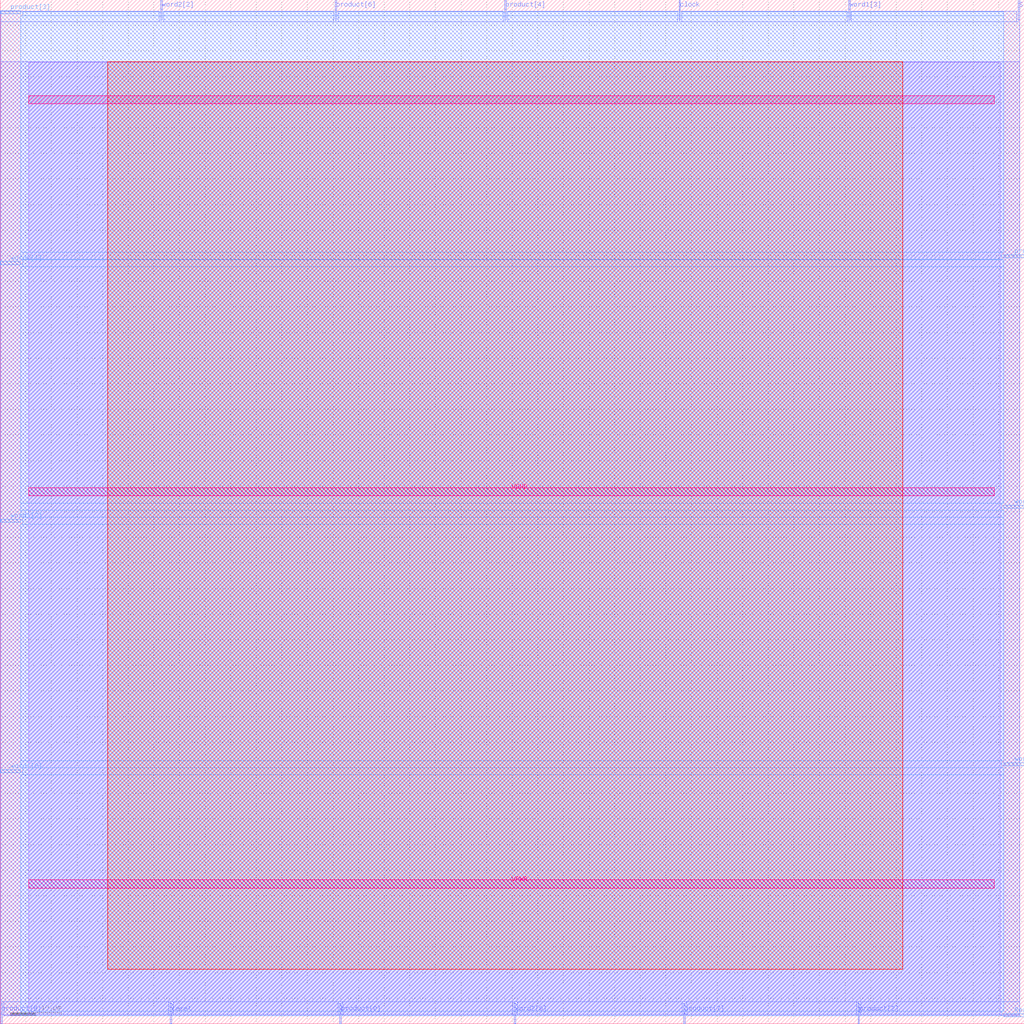
<source format=lef>
VERSION 5.7 ;
  NOWIREEXTENSIONATPIN ON ;
  DIVIDERCHAR "/" ;
  BUSBITCHARS "[]" ;
MACRO Multiplier_STG
  CLASS BLOCK ;
  FOREIGN Multiplier_STG ;
  ORIGIN 0.000 0.000 ;
  SIZE 200.000 BY 200.000 ;
  PIN Ready
    DIRECTION OUTPUT TRISTATE ;
    USE SIGNAL ;
    PORT
      LAYER met3 ;
        RECT 196.000 1.400 200.000 2.000 ;
    END
  END Ready
  PIN Start
    DIRECTION INPUT ;
    USE SIGNAL ;
    PORT
      LAYER met2 ;
        RECT 198.810 196.000 199.090 200.000 ;
    END
  END Start
  PIN VGND
    DIRECTION INPUT ;
    USE GROUND ;
    PORT
      LAYER met5 ;
        RECT 5.520 103.080 194.120 104.680 ;
    END
  END VGND
  PIN VPWR
    DIRECTION INPUT ;
    USE POWER ;
    PORT
      LAYER met5 ;
        RECT 5.520 26.490 194.120 28.090 ;
    END
  END VPWR
  PIN clock
    DIRECTION INPUT ;
    USE SIGNAL ;
    PORT
      LAYER met2 ;
        RECT 132.570 196.000 132.850 200.000 ;
    END
  END clock
  PIN product[0]
    DIRECTION OUTPUT TRISTATE ;
    USE SIGNAL ;
    PORT
      LAYER met2 ;
        RECT 66.330 0.000 66.610 4.000 ;
    END
  END product[0]
  PIN product[1]
    DIRECTION OUTPUT TRISTATE ;
    USE SIGNAL ;
    PORT
      LAYER met3 ;
        RECT 196.000 149.640 200.000 150.240 ;
    END
  END product[1]
  PIN product[2]
    DIRECTION OUTPUT TRISTATE ;
    USE SIGNAL ;
    PORT
      LAYER met2 ;
        RECT 167.530 0.000 167.810 4.000 ;
    END
  END product[2]
  PIN product[3]
    DIRECTION OUTPUT TRISTATE ;
    USE SIGNAL ;
    PORT
      LAYER met3 ;
        RECT 0.000 197.240 4.000 197.840 ;
    END
  END product[3]
  PIN product[4]
    DIRECTION OUTPUT TRISTATE ;
    USE SIGNAL ;
    PORT
      LAYER met2 ;
        RECT 98.530 196.000 98.810 200.000 ;
    END
  END product[4]
  PIN product[5]
    DIRECTION OUTPUT TRISTATE ;
    USE SIGNAL ;
    PORT
      LAYER met2 ;
        RECT 0.090 0.000 0.370 4.000 ;
    END
  END product[5]
  PIN product[6]
    DIRECTION OUTPUT TRISTATE ;
    USE SIGNAL ;
    PORT
      LAYER met2 ;
        RECT 65.410 196.000 65.690 200.000 ;
    END
  END product[6]
  PIN product[7]
    DIRECTION OUTPUT TRISTATE ;
    USE SIGNAL ;
    PORT
      LAYER met2 ;
        RECT 133.490 0.000 133.770 4.000 ;
    END
  END product[7]
  PIN reset
    DIRECTION INPUT ;
    USE SIGNAL ;
    PORT
      LAYER met2 ;
        RECT 33.210 0.000 33.490 4.000 ;
    END
  END reset
  PIN word1[0]
    DIRECTION INPUT ;
    USE SIGNAL ;
    PORT
      LAYER met3 ;
        RECT 0.000 49.000 4.000 49.600 ;
    END
  END word1[0]
  PIN word1[1]
    DIRECTION INPUT ;
    USE SIGNAL ;
    PORT
      LAYER met3 ;
        RECT 196.000 100.680 200.000 101.280 ;
    END
  END word1[1]
  PIN word1[2]
    DIRECTION INPUT ;
    USE SIGNAL ;
    PORT
      LAYER met3 ;
        RECT 0.000 97.960 4.000 98.560 ;
    END
  END word1[2]
  PIN word1[3]
    DIRECTION INPUT ;
    USE SIGNAL ;
    PORT
      LAYER met2 ;
        RECT 165.690 196.000 165.970 200.000 ;
    END
  END word1[3]
  PIN word2[0]
    DIRECTION INPUT ;
    USE SIGNAL ;
    PORT
      LAYER met2 ;
        RECT 100.370 0.000 100.650 4.000 ;
    END
  END word2[0]
  PIN word2[1]
    DIRECTION INPUT ;
    USE SIGNAL ;
    PORT
      LAYER met3 ;
        RECT 0.000 148.280 4.000 148.880 ;
    END
  END word2[1]
  PIN word2[2]
    DIRECTION INPUT ;
    USE SIGNAL ;
    PORT
      LAYER met2 ;
        RECT 31.370 196.000 31.650 200.000 ;
    END
  END word2[2]
  PIN word2[3]
    DIRECTION INPUT ;
    USE SIGNAL ;
    PORT
      LAYER met3 ;
        RECT 196.000 50.360 200.000 50.960 ;
    END
  END word2[3]
  OBS
      LAYER li1 ;
        RECT 5.520 1.785 195.355 187.765 ;
      LAYER met1 ;
        RECT 0.070 1.740 199.110 187.920 ;
      LAYER met2 ;
        RECT 0.100 195.720 31.090 197.725 ;
        RECT 31.930 195.720 65.130 197.725 ;
        RECT 65.970 195.720 98.250 197.725 ;
        RECT 99.090 195.720 132.290 197.725 ;
        RECT 133.130 195.720 165.410 197.725 ;
        RECT 166.250 195.720 198.530 197.725 ;
        RECT 0.100 4.280 199.080 195.720 ;
        RECT 0.650 1.515 32.930 4.280 ;
        RECT 33.770 1.515 66.050 4.280 ;
        RECT 66.890 1.515 100.090 4.280 ;
        RECT 100.930 1.515 133.210 4.280 ;
        RECT 134.050 1.515 167.250 4.280 ;
        RECT 168.090 1.515 199.080 4.280 ;
      LAYER met3 ;
        RECT 4.400 196.840 196.000 197.705 ;
        RECT 4.000 150.640 196.000 196.840 ;
        RECT 4.000 149.280 195.600 150.640 ;
        RECT 4.400 149.240 195.600 149.280 ;
        RECT 4.400 147.880 196.000 149.240 ;
        RECT 4.000 101.680 196.000 147.880 ;
        RECT 4.000 100.280 195.600 101.680 ;
        RECT 4.000 98.960 196.000 100.280 ;
        RECT 4.400 97.560 196.000 98.960 ;
        RECT 4.000 51.360 196.000 97.560 ;
        RECT 4.000 50.000 195.600 51.360 ;
        RECT 4.400 49.960 195.600 50.000 ;
        RECT 4.400 48.600 196.000 49.960 ;
        RECT 4.000 2.400 196.000 48.600 ;
        RECT 4.000 1.535 195.600 2.400 ;
      LAYER met4 ;
        RECT 21.040 10.640 176.240 187.920 ;
      LAYER met5 ;
        RECT 5.520 179.670 194.120 181.270 ;
  END
END Multiplier_STG
END LIBRARY


</source>
